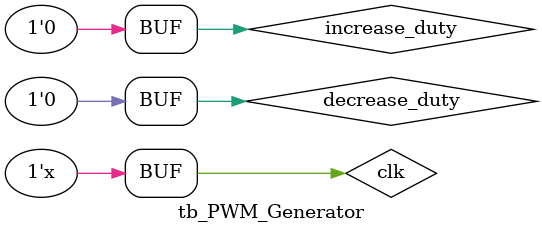
<source format=v>
`timescale 1ns / 1ps
module tb_PWM_Generator;
    reg clk;
    reg increase_duty;
    reg decrease_duty;
    wire PWM_OUT;
    pwm PWM_Generator_Unit(
        .clk(clk), 
        .increase_duty(increase_duty), 
        .decrease_duty(decrease_duty), 
        .PWM_OUT(PWM_OUT)
    );
    // Create 100Mhz clock
    initial begin
        clk = 0;
        // forever #5 clk = ~clk;
    end 
    always #5 clk = ~clk;
    initial begin
        increase_duty = 0;
        decrease_duty = 0; #100; 
        increase_duty = 1; #100;// increase duty cycle by 10%
        increase_duty = 0; #100; 
        increase_duty = 1; #100;// increase duty cycle by 10%
        increase_duty = 0; #100; 
        increase_duty = 1; #100;// increase duty cycle by 10%
        increase_duty = 0; #100;
        decrease_duty = 1; #100;//decrease duty cycle by 10%
        decrease_duty = 0; #100; 
        decrease_duty = 1; #100;//decrease duty cycle by 10%
        decrease_duty = 0; #100;
        decrease_duty = 1; #100;//decrease duty cycle by 10%
        decrease_duty = 0;
    end
endmodule
</source>
